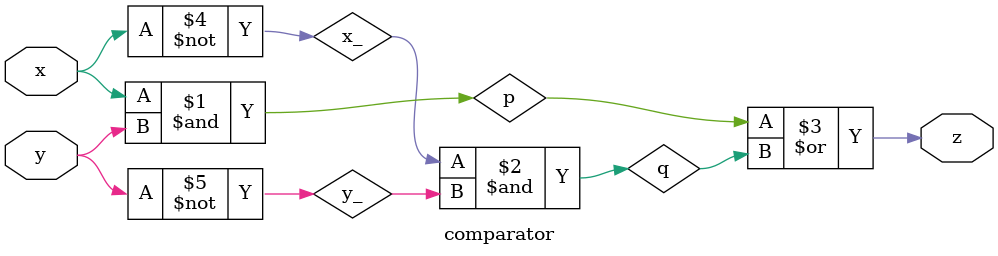
<source format=v>
module comparator
(
    input x,
    input y,
    output z
);

wire x_, y_, p, q;
not(x_,x);
not(y_,y);
and(p,x,y);
and(q,x_,y_);
or(z,p,q);
endmodule

</source>
